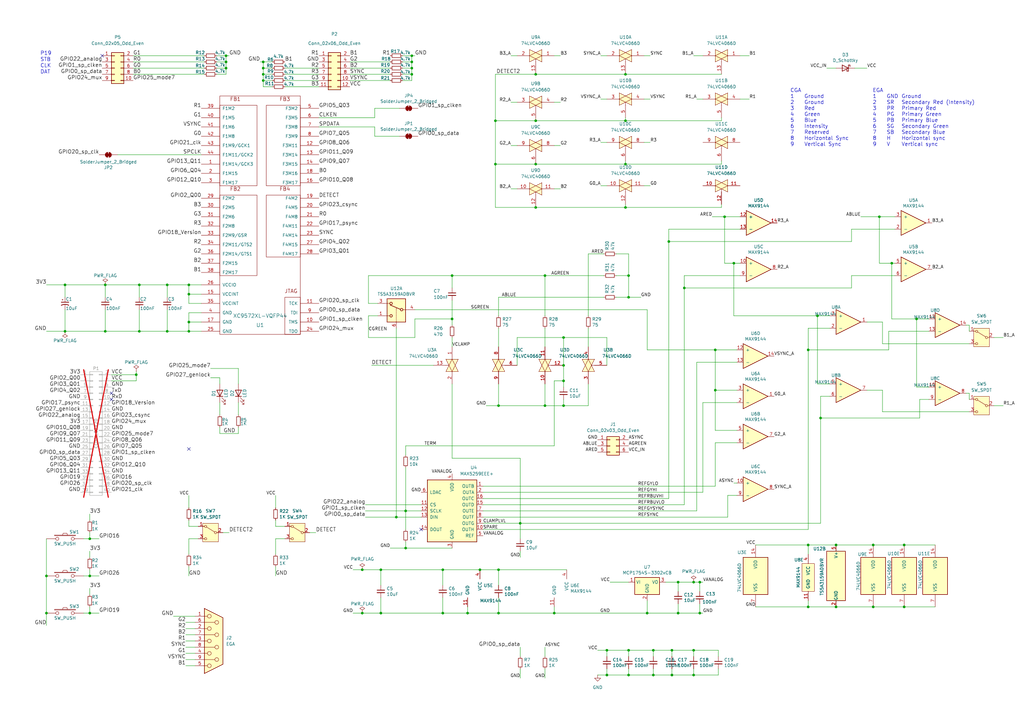
<source format=kicad_sch>
(kicad_sch
	(version 20231120)
	(generator "eeschema")
	(generator_version "8.0")
	(uuid "e267a3e0-ea93-4630-9528-f06a000f2e9c")
	(paper "A3")
	(title_block
		(title "RGBtoHDMI_Table")
		(date "2024-11-19")
		(rev "1.00")
		(company "SweProj.com")
	)
	
	(junction
		(at 257.81 276.86)
		(diameter 0)
		(color 0 0 0 0)
		(uuid "08466f51-6f8d-4689-888d-1a104d697746")
	)
	(junction
		(at 256.54 30.48)
		(diameter 0)
		(color 0 0 0 0)
		(uuid "0892b9f6-c0cd-4675-80a0-84903b0a47a1")
	)
	(junction
		(at 185.42 113.03)
		(diameter 0)
		(color 0 0 0 0)
		(uuid "0a257a89-3b3c-4c45-9fb1-ff19a4636d3f")
	)
	(junction
		(at 284.48 276.86)
		(diameter 0)
		(color 0 0 0 0)
		(uuid "0cbf7e07-835d-4ea8-8a91-53f7b849b848")
	)
	(junction
		(at 358.14 223.52)
		(diameter 0)
		(color 0 0 0 0)
		(uuid "0d5c6d09-ad48-452c-8619-789d23ae899f")
	)
	(junction
		(at 331.47 223.52)
		(diameter 0)
		(color 0 0 0 0)
		(uuid "1045c969-bc20-4b99-bb93-1fed951b5109")
	)
	(junction
		(at 256.54 85.09)
		(diameter 0)
		(color 0 0 0 0)
		(uuid "1173b33a-97c1-427f-a6c2-c79cd48c0f33")
	)
	(junction
		(at 168.91 22.86)
		(diameter 0)
		(color 0 0 0 0)
		(uuid "197175cb-319e-4e79-aa29-9c8faa7d89ed")
	)
	(junction
		(at 287.02 238.76)
		(diameter 0)
		(color 0 0 0 0)
		(uuid "1972d008-06a8-4918-a21b-5e2935069f06")
	)
	(junction
		(at 156.21 251.46)
		(diameter 0)
		(color 0 0 0 0)
		(uuid "1df14224-2872-49ba-a68c-453e4545b266")
	)
	(junction
		(at 166.37 224.79)
		(diameter 0)
		(color 0 0 0 0)
		(uuid "215ce181-de86-4863-a9ac-f596aa488559")
	)
	(junction
		(at 196.85 233.68)
		(diameter 0)
		(color 0 0 0 0)
		(uuid "2306e860-93ed-4588-a789-b01b5ce3fcfb")
	)
	(junction
		(at 68.58 135.89)
		(diameter 0)
		(color 0 0 0 0)
		(uuid "23856956-9c9e-4939-9e02-3780aedaa28a")
	)
	(junction
		(at 223.52 113.03)
		(diameter 0)
		(color 0 0 0 0)
		(uuid "25d5aa17-31f0-4573-b175-87b20ce9a717")
	)
	(junction
		(at 358.14 248.92)
		(diameter 0)
		(color 0 0 0 0)
		(uuid "287da58d-6982-46c0-9f3f-d14440c8da1f")
	)
	(junction
		(at 219.71 67.31)
		(diameter 0)
		(color 0 0 0 0)
		(uuid "287daa7d-d4fd-43c7-b244-6116ed7a9f8d")
	)
	(junction
		(at 162.56 212.09)
		(diameter 0)
		(color 0 0 0 0)
		(uuid "29d07dbe-1f0e-43a6-a096-a9720f39eb60")
	)
	(junction
		(at 297.18 88.9)
		(diameter 0)
		(color 0 0 0 0)
		(uuid "2e35109b-b4dc-464e-a005-e528d2b02126")
	)
	(junction
		(at 57.15 135.89)
		(diameter 0)
		(color 0 0 0 0)
		(uuid "31ce266b-f47f-4d6b-af04-ef3c52efc38b")
	)
	(junction
		(at 275.59 266.7)
		(diameter 0)
		(color 0 0 0 0)
		(uuid "39afa630-2714-413b-bb6d-156bc8be4345")
	)
	(junction
		(at 287.02 251.46)
		(diameter 0)
		(color 0 0 0 0)
		(uuid "3b057d9e-fa67-4236-b5b8-8a59941c90d9")
	)
	(junction
		(at 219.71 30.48)
		(diameter 0)
		(color 0 0 0 0)
		(uuid "43c7a76c-f1e8-4912-9148-b191585406d5")
	)
	(junction
		(at 257.81 121.92)
		(diameter 0)
		(color 0 0 0 0)
		(uuid "43d86964-3be3-4592-97ae-4e05b310f249")
	)
	(junction
		(at 265.43 251.46)
		(diameter 0)
		(color 0 0 0 0)
		(uuid "44f408fe-7a0c-4201-a194-277633a7011b")
	)
	(junction
		(at 92.71 27.94)
		(diameter 0)
		(color 0 0 0 0)
		(uuid "455bec65-8a84-451b-9da8-cfd5aab1fb9a")
	)
	(junction
		(at 336.55 171.45)
		(diameter 0)
		(color 0 0 0 0)
		(uuid "4a1b1b75-0e82-4db0-b339-a1987f4d1856")
	)
	(junction
		(at 267.97 276.86)
		(diameter 0)
		(color 0 0 0 0)
		(uuid "50560054-38fe-4cac-946b-ce400ab51cc7")
	)
	(junction
		(at 107.95 30.48)
		(diameter 0)
		(color 0 0 0 0)
		(uuid "53e14851-0fcc-41db-a20d-022c61e1fc7f")
	)
	(junction
		(at 77.47 116.84)
		(diameter 0)
		(color 0 0 0 0)
		(uuid "54017bde-9a3d-4bf2-ae08-f4bf27ec91f9")
	)
	(junction
		(at 36.83 251.46)
		(diameter 0)
		(color 0 0 0 0)
		(uuid "54d8a881-31d8-4301-aaf6-35843f71a8cd")
	)
	(junction
		(at 300.99 107.95)
		(diameter 0)
		(color 0 0 0 0)
		(uuid "56cbf082-26b4-441a-9a5d-b77bbb56cec8")
	)
	(junction
		(at 204.47 233.68)
		(diameter 0)
		(color 0 0 0 0)
		(uuid "56f8f6c1-83bb-42a1-96e0-3aaefdd0b922")
	)
	(junction
		(at 223.52 166.37)
		(diameter 0)
		(color 0 0 0 0)
		(uuid "5be295a4-1014-49bf-a404-156b7a68f959")
	)
	(junction
		(at 275.59 276.86)
		(diameter 0)
		(color 0 0 0 0)
		(uuid "5c008db3-dba6-4ca6-ac31-38a30e15960f")
	)
	(junction
		(at 331.47 248.92)
		(diameter 0)
		(color 0 0 0 0)
		(uuid "5f4ababa-8004-43fd-8ff9-c412bf22097d")
	)
	(junction
		(at 257.81 266.7)
		(diameter 0)
		(color 0 0 0 0)
		(uuid "5fb6ab53-e813-421f-aa1e-99a24bb5a254")
	)
	(junction
		(at 219.71 85.09)
		(diameter 0)
		(color 0 0 0 0)
		(uuid "60e3e3cd-14ca-4d9a-ad97-365390aee50f")
	)
	(junction
		(at 248.92 276.86)
		(diameter 0)
		(color 0 0 0 0)
		(uuid "61df47ea-a293-4c80-9ba1-ac5291785981")
	)
	(junction
		(at 43.18 116.84)
		(diameter 0)
		(color 0 0 0 0)
		(uuid "6200830a-dfe2-46a2-b6c3-da1b0c89d0c7")
	)
	(junction
		(at 168.91 25.4)
		(diameter 0)
		(color 0 0 0 0)
		(uuid "6457c51d-31d2-4623-b833-9f814f764f53")
	)
	(junction
		(at 92.71 22.86)
		(diameter 0)
		(color 0 0 0 0)
		(uuid "688f156c-0473-4fb1-be2e-7ab1bddb345c")
	)
	(junction
		(at 342.9 223.52)
		(diameter 0)
		(color 0 0 0 0)
		(uuid "69aad6e9-e68d-49ba-bd57-439a7ceb0018")
	)
	(junction
		(at 248.92 266.7)
		(diameter 0)
		(color 0 0 0 0)
		(uuid "6a63df51-4f85-4e4e-9982-992e3f8c491f")
	)
	(junction
		(at 43.18 135.89)
		(diameter 0)
		(color 0 0 0 0)
		(uuid "6e1385d8-7cf6-4cd6-9eb0-1bc3a28e609f")
	)
	(junction
		(at 36.83 236.22)
		(diameter 0)
		(color 0 0 0 0)
		(uuid "7051e813-5879-42d8-a242-36f8b47aff43")
	)
	(junction
		(at 168.91 27.94)
		(diameter 0)
		(color 0 0 0 0)
		(uuid "7237d2f1-9d81-4f69-9ffe-a1af3a94afef")
	)
	(junction
		(at 284.48 266.7)
		(diameter 0)
		(color 0 0 0 0)
		(uuid "736a3e15-a092-4d6a-aa8a-f1fda7adc488")
	)
	(junction
		(at 77.47 135.89)
		(diameter 0)
		(color 0 0 0 0)
		(uuid "7469029f-1a86-4a2c-b4c1-9b2debaa7601")
	)
	(junction
		(at 293.37 143.51)
		(diameter 0)
		(color 0 0 0 0)
		(uuid "74dcd0b6-9cc6-4fb7-b428-a1982333e331")
	)
	(junction
		(at 256.54 49.53)
		(diameter 0)
		(color 0 0 0 0)
		(uuid "787c63cb-9f92-48df-bfe9-ab53df3516a6")
	)
	(junction
		(at 231.14 138.43)
		(diameter 0)
		(color 0 0 0 0)
		(uuid "797dc4d7-ef42-48ec-8e95-8ed6d8d3a773")
	)
	(junction
		(at 156.21 233.68)
		(diameter 0)
		(color 0 0 0 0)
		(uuid "79bb6847-53ca-4381-9de9-7e7ea209bfcd")
	)
	(junction
		(at 360.68 88.9)
		(diameter 0)
		(color 0 0 0 0)
		(uuid "7eb471bb-457c-4ee2-9c1c-e87bc12e9d3f")
	)
	(junction
		(at 278.13 238.76)
		(diameter 0)
		(color 0 0 0 0)
		(uuid "8740d8e9-7708-4887-8b5f-4ffb6883e066")
	)
	(junction
		(at 278.13 251.46)
		(diameter 0)
		(color 0 0 0 0)
		(uuid "8f299ed9-6ddf-439d-bd78-01aff139ad5b")
	)
	(junction
		(at 107.95 27.94)
		(diameter 0)
		(color 0 0 0 0)
		(uuid "92bacbc5-06ac-435d-a560-6c3dde3e2ae5")
	)
	(junction
		(at 181.61 251.46)
		(diameter 0)
		(color 0 0 0 0)
		(uuid "988466bc-1dbb-4ad9-8608-4e1f2f824b54")
	)
	(junction
		(at 280.67 118.11)
		(diameter 0)
		(color 0 0 0 0)
		(uuid "99c87e14-ffa3-46d0-ae41-841c7400fa64")
	)
	(junction
		(at 331.47 143.51)
		(diameter 0)
		(color 0 0 0 0)
		(uuid "9b12e73e-76a3-463e-8387-a65be8bb5eee")
	)
	(junction
		(at 19.05 251.46)
		(diameter 0)
		(color 0 0 0 0)
		(uuid "9c76495d-83bc-4021-aa95-e09a35646dec")
	)
	(junction
		(at 204.47 166.37)
		(diameter 0)
		(color 0 0 0 0)
		(uuid "9d0cca93-a464-468e-b9ab-528f1006b35e")
	)
	(junction
		(at 257.81 113.03)
		(diameter 0)
		(color 0 0 0 0)
		(uuid "a0376c55-a3ce-4f18-84d1-f47f8c995f42")
	)
	(junction
		(at 365.76 107.95)
		(diameter 0)
		(color 0 0 0 0)
		(uuid "a17d0bda-7b76-4ad4-9bbd-e05b697bd4b4")
	)
	(junction
		(at 77.47 120.65)
		(diameter 0)
		(color 0 0 0 0)
		(uuid "a4115131-bb43-4bfb-bbec-d383933735d4")
	)
	(junction
		(at 203.2 67.31)
		(diameter 0)
		(color 0 0 0 0)
		(uuid "a7779c71-e58e-4696-92a2-8236a430c311")
	)
	(junction
		(at 231.14 166.37)
		(diameter 0)
		(color 0 0 0 0)
		(uuid "a7810795-71c0-4b82-b0c3-157cafcb5f7e")
	)
	(junction
		(at 370.84 223.52)
		(diameter 0)
		(color 0 0 0 0)
		(uuid "aa4dea1a-9d38-4e20-b49d-508859c8d6d0")
	)
	(junction
		(at 185.42 130.81)
		(diameter 0)
		(color 0 0 0 0)
		(uuid "ae8511e6-734b-48a3-a14f-149906b83814")
	)
	(junction
		(at 92.71 25.4)
		(diameter 0)
		(color 0 0 0 0)
		(uuid "b6486c02-8fc8-4f4c-a299-783b34428a86")
	)
	(junction
		(at 213.36 214.63)
		(diameter 0)
		(color 0 0 0 0)
		(uuid "b77d6ea3-e14f-4105-bc74-780da8e4e34f")
	)
	(junction
		(at 148.59 233.68)
		(diameter 0)
		(color 0 0 0 0)
		(uuid "ba8e83f0-4920-4b95-b79b-ac57bba3e88a")
	)
	(junction
		(at 219.71 49.53)
		(diameter 0)
		(color 0 0 0 0)
		(uuid "c2b6b4b5-ea85-4912-a29d-c053ca52b697")
	)
	(junction
		(at 370.84 248.92)
		(diameter 0)
		(color 0 0 0 0)
		(uuid "c4177af6-a2c9-495d-b715-01ab9fa09787")
	)
	(junction
		(at 107.95 25.4)
		(diameter 0)
		(color 0 0 0 0)
		(uuid "c601031d-bdf2-4022-bd2b-69657e07ac52")
	)
	(junction
		(at 284.48 238.76)
		(diameter 0)
		(color 0 0 0 0)
		(uuid "c89022bb-be92-42c4-bd3e-23e84d87bdde")
	)
	(junction
		(at 77.47 132.08)
		(diameter 0)
		(color 0 0 0 0)
		(uuid "cb5b18c4-508e-49c0-a2e1-1b55df265727")
	)
	(junction
		(at 293.37 160.02)
		(diameter 0)
		(color 0 0 0 0)
		(uuid "cbe31d93-12ec-4604-89be-950c0425dbec")
	)
	(junction
		(at 267.97 266.7)
		(diameter 0)
		(color 0 0 0 0)
		(uuid "cbf59965-f17f-46d1-995c-54dfb4363e6d")
	)
	(junction
		(at 342.9 248.92)
		(diameter 0)
		(color 0 0 0 0)
		(uuid "d00c27e2-03a4-4f64-945e-10bbf2cc97ea")
	)
	(junction
		(at 375.92 130.81)
		(diameter 0)
		(color 0 0 0 0)
		(uuid "d06a85b6-e09d-4a03-ace6-107fef4709ec")
	)
	(junction
		(at 26.67 116.84)
		(diameter 0)
		(color 0 0 0 0)
		(uuid "d0f4ef56-25e6-4cb6-9c4e-a9d3c7399fb8")
	)
	(junction
		(at 168.91 30.48)
		(diameter 0)
		(color 0 0 0 0)
		(uuid "d7277225-81b5-45a9-945b-c7aa0a134b0f")
	)
	(junction
		(at 148.59 251.46)
		(diameter 0)
		(color 0 0 0 0)
		(uuid "d9db715c-8e8c-4d25-b59f-79b82a91b975")
	)
	(junction
		(at 274.32 99.06)
		(diameter 0)
		(color 0 0 0 0)
		(uuid "dce4c137-02fe-42b7-b617-94ce00d27213")
	)
	(junction
		(at 19.05 236.22)
		(diameter 0)
		(color 0 0 0 0)
		(uuid "dd581a04-d308-40e7-8a5a-a1b26acad9bb")
	)
	(junction
		(at 26.67 135.89)
		(diameter 0)
		(color 0 0 0 0)
		(uuid "e4080068-bc93-4337-bd35-02dc71f07f36")
	)
	(junction
		(at 227.33 251.46)
		(diameter 0)
		(color 0 0 0 0)
		(uuid "e53d2926-c2f8-4424-8935-971c6c9e9a01")
	)
	(junction
		(at 107.95 33.02)
		(diameter 0)
		(color 0 0 0 0)
		(uuid "e6dee58d-db29-4351-9191-12ef8cd53125")
	)
	(junction
		(at 181.61 233.68)
		(diameter 0)
		(color 0 0 0 0)
		(uuid "e74cf0b8-e615-4f45-9400-faf4f6afd2f6")
	)
	(junction
		(at 68.58 116.84)
		(diameter 0)
		(color 0 0 0 0)
		(uuid "e8b209e8-ab4d-4caf-8566-cb579d01d915")
	)
	(junction
		(at 57.15 116.84)
		(diameter 0)
		(color 0 0 0 0)
		(uuid "e9f4506f-12d7-4a1b-b2ce-5169d79542c4")
	)
	(junction
		(at 256.54 67.31)
		(diameter 0)
		(color 0 0 0 0)
		(uuid "ea974294-8426-4f58-8874-38edac57f84b")
	)
	(junction
		(at 335.28 129.54)
		(diameter 0)
		(color 0 0 0 0)
		(uuid "ec27c7b6-a93b-4ae9-984c-fc6dd78d1f66")
	)
	(junction
		(at 191.77 251.46)
		(diameter 0)
		(color 0 0 0 0)
		(uuid "ed96f9c2-4295-43d3-9cd0-17b0644f4d9b")
	)
	(junction
		(at 231.14 149.86)
		(diameter 0)
		(color 0 0 0 0)
		(uuid "ee46c49c-4156-4b8c-9eea-d543cdbbe32c")
	)
	(junction
		(at 203.2 49.53)
		(diameter 0)
		(color 0 0 0 0)
		(uuid "f11b8203-5ade-4ec7-b7ce-e4436fb0a390")
	)
	(junction
		(at 231.14 156.21)
		(diameter 0)
		(color 0 0 0 0)
		(uuid "f54081da-70ee-41ad-a5c2-7b344b2109af")
	)
	(junction
		(at 55.88 153.67)
		(diameter 0)
		(color 0 0 0 0)
		(uuid "f6e0004d-d2c1-46bc-b58e-6e9deccaffe0")
	)
	(junction
		(at 36.83 220.98)
		(diameter 0)
		(color 0 0 0 0)
		(uuid "f9815645-48e6-4a9d-9873-4309d9d95242")
	)
	(junction
		(at 166.37 209.55)
		(diameter 0)
		(color 0 0 0 0)
		(uuid "fe796529-3891-41f4-b909-7a842dad3298")
	)
	(junction
		(at 204.47 251.46)
		(diameter 0)
		(color 0 0 0 0)
		(uuid "ffbfd8ff-e1d8-4565-b8e1-8f583a245362")
	)
	(no_connect
		(at 77.47 184.15)
		(uuid "0e26859b-e82b-4fea-acbc-fbaaafe67af6")
	)
	(no_connect
		(at 45.72 163.83)
		(uuid "4fde805f-eca3-4e0f-87d4-7b0441ebb5eb")
	)
	(no_connect
		(at 41.91 22.86)
		(uuid "581f7dac-b824-401a-873a-fbe785a00de6")
	)
	(no_connect
		(at 172.72 217.17)
		(uuid "654dd2fb-f74e-420c-a99f-bbde444e3ee9")
	)
	(no_connect
		(at 45.72 161.29)
		(uuid "9b5407df-5ed3-460a-a7f8-9ba99a81e1f1")
	)
	(no_connect
		(at -12.7 82.55)
		(uuid "c676fa03-6cc8-41e7-bf7c-e402aedd0251")
	)
	(wire
		(pts
			(xy 246.38 76.2) (xy 248.92 76.2)
		)
		(stroke
			(width 0)
			(type default)
		)
		(uuid "003289b6-f55d-4840-85ce-20c68e796c19")
	)
	(wire
		(pts
			(xy 77.47 203.2) (xy 77.47 208.28)
		)
		(stroke
			(width 0)
			(type default)
		)
		(uuid "0051a0d1-7dd7-4cc7-ad84-61bb4ccb4a27")
	)
	(wire
		(pts
			(xy 34.29 220.98) (xy 36.83 220.98)
		)
		(stroke
			(width 0)
			(type default)
		)
		(uuid "012acaee-74bc-40f7-9adc-bdf731cf13c5")
	)
	(wire
		(pts
			(xy 163.83 44.45) (xy 153.67 44.45)
		)
		(stroke
			(width 0)
			(type default)
		)
		(uuid "042476ee-5efb-43ed-a0a5-f17cd6c2e531")
	)
	(wire
		(pts
			(xy 370.84 223.52) (xy 383.54 223.52)
		)
		(stroke
			(width 0)
			(type default)
		)
		(uuid "04902c53-3202-4759-b442-118ea81b0ec7")
	)
	(wire
		(pts
			(xy 227.33 248.92) (xy 227.33 251.46)
		)
		(stroke
			(width 0)
			(type default)
		)
		(uuid "050568f5-a980-4a3e-92c0-3348a1fbee41")
	)
	(wire
		(pts
			(xy 293.37 160.02) (xy 293.37 176.53)
		)
		(stroke
			(width 0)
			(type default)
		)
		(uuid "05a54df0-087c-4c20-a7f5-43387907d39a")
	)
	(wire
		(pts
			(xy 364.49 135.89) (xy 364.49 143.51)
		)
		(stroke
			(width 0)
			(type default)
		)
		(uuid "05b3dbd2-3b59-4071-8bf0-ed5257820ae3")
	)
	(wire
		(pts
			(xy 340.36 157.48) (xy 335.28 157.48)
		)
		(stroke
			(width 0)
			(type default)
		)
		(uuid "06ca07a1-feee-4207-baab-da8511d881db")
	)
	(wire
		(pts
			(xy 213.36 214.63) (xy 336.55 214.63)
		)
		(stroke
			(width 0)
			(type default)
		)
		(uuid "06cd3228-276b-4370-a2f2-6f019d325810")
	)
	(wire
		(pts
			(xy 331.47 223.52) (xy 342.9 223.52)
		)
		(stroke
			(width 0)
			(type default)
		)
		(uuid "06ee151e-fc37-492f-abd4-333844320ea1")
	)
	(wire
		(pts
			(xy 219.71 30.48) (xy 256.54 30.48)
		)
		(stroke
			(width 0)
			(type default)
		)
		(uuid "082441ea-32ca-4d39-bda5-26bd64d00238")
	)
	(wire
		(pts
			(xy 361.95 168.91) (xy 397.51 168.91)
		)
		(stroke
			(width 0)
			(type default)
		)
		(uuid "08da851e-be4c-40fe-b8e6-c1b42c5315fd")
	)
	(wire
		(pts
			(xy 43.18 116.84) (xy 57.15 116.84)
		)
		(stroke
			(width 0)
			(type default)
		)
		(uuid "095148f8-6f12-456e-a3f5-ac896c5cdf5a")
	)
	(wire
		(pts
			(xy 248.92 138.43) (xy 248.92 149.86)
		)
		(stroke
			(width 0)
			(type default)
		)
		(uuid "0bc2a893-ac4c-46d6-ad81-6d7c75369d94")
	)
	(wire
		(pts
			(xy 203.2 85.09) (xy 219.71 85.09)
		)
		(stroke
			(width 0)
			(type default)
		)
		(uuid "0c299efc-a82c-4296-9992-27f5e9cc67e0")
	)
	(wire
		(pts
			(xy 355.6 132.08) (xy 361.95 132.08)
		)
		(stroke
			(width 0)
			(type default)
		)
		(uuid "0c555a5e-918d-432c-9d05-b1379eb33b35")
	)
	(wire
		(pts
			(xy 287.02 242.57) (xy 287.02 238.76)
		)
		(stroke
			(width 0)
			(type default)
		)
		(uuid "0ce6ab06-8de7-4696-af40-c17a763f3e34")
	)
	(wire
		(pts
			(xy 300.99 129.54) (xy 300.99 107.95)
		)
		(stroke
			(width 0)
			(type default)
		)
		(uuid "0dc9eb2c-240e-453e-9d04-c12ca9be7f3f")
	)
	(wire
		(pts
			(xy 293.37 176.53) (xy 302.26 176.53)
		)
		(stroke
			(width 0)
			(type default)
		)
		(uuid "0eb71e06-646e-4ef6-8bef-837a22f2e30c")
	)
	(wire
		(pts
			(xy 113.03 213.36) (xy 113.03 215.9)
		)
		(stroke
			(width 0)
			(type default)
		)
		(uuid "0f3745ff-4c6a-4e02-9e74-8a958eb1b963")
	)
	(wire
		(pts
			(xy 241.3 104.14) (xy 241.3 129.54)
		)
		(stroke
			(width 0)
			(type default)
		)
		(uuid "0fa4c4c9-38dc-4df3-a594-b65e58759a22")
	)
	(wire
		(pts
			(xy 397.51 161.29) (xy 397.51 163.83)
		)
		(stroke
			(width 0)
			(type default)
		)
		(uuid "0fb1a783-be22-43a2-ae04-4083ccbfb19b")
	)
	(wire
		(pts
			(xy 331.47 143.51) (xy 331.47 134.62)
		)
		(stroke
			(width 0)
			(type default)
		)
		(uuid "0fe21ef1-19bd-4e49-894c-b9ea3ecc4288")
	)
	(wire
		(pts
			(xy 92.71 27.94) (xy 92.71 30.48)
		)
		(stroke
			(width 0)
			(type default)
		)
		(uuid "101f0477-1d75-429a-a7d0-74b41af858ac")
	)
	(wire
		(pts
			(xy 165.1 30.48) (xy 168.91 30.48)
		)
		(stroke
			(width 0)
			(type default)
		)
		(uuid "106ff332-b156-474e-bcc0-e06974de429f")
	)
	(wire
		(pts
			(xy 97.79 157.48) (xy 97.79 151.13)
		)
		(stroke
			(width 0)
			(type default)
		)
		(uuid "10708356-2a49-4204-85e8-25b796b8edbd")
	)
	(wire
		(pts
			(xy 185.42 130.81) (xy 170.18 130.81)
		)
		(stroke
			(width 0)
			(type default)
		)
		(uuid "10ecc365-45de-4f46-8a69-6a6901cad3a3")
	)
	(wire
		(pts
			(xy 293.37 143.51) (xy 265.43 143.51)
		)
		(stroke
			(width 0)
			(type default)
		)
		(uuid "11289e50-739f-4640-aa25-a1e3b3fb1550")
	)
	(wire
		(pts
			(xy 185.42 157.48) (xy 185.42 187.96)
		)
		(stroke
			(width 0)
			(type default)
		)
		(uuid "127a8760-4864-4e6b-8b25-f7effd1ccfdc")
	)
	(wire
		(pts
			(xy 68.58 116.84) (xy 77.47 116.84)
		)
		(stroke
			(width 0)
			(type default)
		)
		(uuid "12d3648b-685a-4769-8078-48d30a73b3df")
	)
	(wire
		(pts
			(xy 349.25 113.03) (xy 349.25 118.11)
		)
		(stroke
			(width 0)
			(type default)
		)
		(uuid "134f7f7a-1c57-4f0d-b949-d9a9bac22777")
	)
	(wire
		(pts
			(xy 245.11 276.86) (xy 248.92 276.86)
		)
		(stroke
			(width 0)
			(type default)
		)
		(uuid "13cc1a4b-6043-4488-8c67-3338629214c4")
	)
	(wire
		(pts
			(xy 97.79 175.26) (xy 97.79 177.8)
		)
		(stroke
			(width 0)
			(type default)
		)
		(uuid "142bc327-e8f0-484b-9324-a63dda3fce18")
	)
	(wire
		(pts
			(xy 302.26 203.2) (xy 298.45 203.2)
		)
		(stroke
			(width 0)
			(type default)
		)
		(uuid "1516df98-d604-4fd5-a0e5-ed55a4d2c89a")
	)
	(wire
		(pts
			(xy 153.67 52.07) (xy 130.81 52.07)
		)
		(stroke
			(width 0)
			(type default)
		)
		(uuid "15828900-ab53-4faa-9f5c-df7dbe8d7237")
	)
	(wire
		(pts
			(xy 273.05 238.76) (xy 278.13 238.76)
		)
		(stroke
			(width 0)
			(type default)
		)
		(uuid "15ffdbb2-2d56-485c-b793-1b973db2d4d2")
	)
	(wire
		(pts
			(xy 231.14 163.83) (xy 231.14 166.37)
		)
		(stroke
			(width 0)
			(type default)
		)
		(uuid "16305161-3cdc-4eb1-ad92-0726fb2d464e")
	)
	(wire
		(pts
			(xy 256.54 67.31) (xy 295.91 67.31)
		)
		(stroke
			(width 0)
			(type default)
		)
		(uuid "16485486-3b57-4a19-b161-0ccefa0cf6e3")
	)
	(wire
		(pts
			(xy 36.83 243.84) (xy 36.83 241.3)
		)
		(stroke
			(width 0)
			(type default)
		)
		(uuid "16aa72b8-4655-4762-9035-dd2221d48d5a")
	)
	(wire
		(pts
			(xy 246.38 40.64) (xy 248.92 40.64)
		)
		(stroke
			(width 0)
			(type default)
		)
		(uuid "17650bcc-695e-45d1-a1ad-6a5755ddd9a3")
	)
	(wire
		(pts
			(xy 151.13 113.03) (xy 185.42 113.03)
		)
		(stroke
			(width 0)
			(type default)
		)
		(uuid "17e52c5a-2131-44a7-adf1-4d9ac5df4460")
	)
	(wire
		(pts
			(xy 227.33 59.69) (xy 229.87 59.69)
		)
		(stroke
			(width 0)
			(type default)
		)
		(uuid "19233fdd-555f-47ea-b294-f6b6f081350b")
	)
	(wire
		(pts
			(xy 204.47 134.62) (xy 204.47 142.24)
		)
		(stroke
			(width 0)
			(type default)
		)
		(uuid "1a4be32e-6a4c-4bf9-9643-b78e38b63339")
	)
	(wire
		(pts
			(xy 331.47 227.33) (xy 331.47 223.52)
		)
		(stroke
			(width 0)
			(type default)
		)
		(uuid "1b81e2de-39a8-4c44-b0b9-046bf3ab4d2d")
	)
	(wire
		(pts
			(xy 360.68 107.95) (xy 360.68 88.9)
		)
		(stroke
			(width 0)
			(type default)
		)
		(uuid "1bfe0d08-05e9-472c-be5b-1673c29faab5")
	)
	(wire
		(pts
			(xy 77.47 220.98) (xy 77.47 227.33)
		)
		(stroke
			(width 0)
			(type default)
		)
		(uuid "1d956ca0-89b7-4490-8ae0-6a15d8097652")
	)
	(wire
		(pts
			(xy 57.15 116.84) (xy 68.58 116.84)
		)
		(stroke
			(width 0)
			(type default)
		)
		(uuid "1df228a7-dd4f-4e21-8899-42bd96e06438")
	)
	(wire
		(pts
			(xy 77.47 135.89) (xy 82.55 135.89)
		)
		(stroke
			(width 0)
			(type default)
		)
		(uuid "22162f71-c0af-43af-a606-5bfa80481f68")
	)
	(wire
		(pts
			(xy 113.03 203.2) (xy 113.03 208.28)
		)
		(stroke
			(width 0)
			(type default)
		)
		(uuid "223ca61d-ad4e-4b65-a4f3-f96a30f73ce4")
	)
	(wire
		(pts
			(xy 381 130.81) (xy 375.92 130.81)
		)
		(stroke
			(width 0)
			(type default)
		)
		(uuid "2263dfd1-d710-44d4-b41e-90d2bc0f564f")
	)
	(wire
		(pts
			(xy 71.12 252.73) (xy 80.01 252.73)
		)
		(stroke
			(width 0)
			(type default)
		)
		(uuid "24c15836-9e80-489d-bd99-4a59490f386a")
	)
	(wire
		(pts
			(xy 204.47 157.48) (xy 204.47 166.37)
		)
		(stroke
			(width 0)
			(type default)
		)
		(uuid "24decd52-e441-4e98-9ac4-c3e1d587be2a")
	)
	(wire
		(pts
			(xy 144.78 233.68) (xy 148.59 233.68)
		)
		(stroke
			(width 0)
			(type default)
		)
		(uuid "253cc85d-e4f8-429b-8e30-b8ca006e580e")
	)
	(wire
		(pts
			(xy 76.2 260.35) (xy 80.01 260.35)
		)
		(stroke
			(width 0)
			(type default)
		)
		(uuid "257fe1fc-445c-4e04-abb0-3f9c3173437d")
	)
	(wire
		(pts
			(xy 36.83 251.46) (xy 40.64 251.46)
		)
		(stroke
			(width 0)
			(type default)
		)
		(uuid "25bad7b2-c7c2-4083-b3cd-7bf7ffb25820")
	)
	(wire
		(pts
			(xy 204.47 245.11) (xy 204.47 251.46)
		)
		(stroke
			(width 0)
			(type default)
		)
		(uuid "262114a6-935a-4a6c-ba67-38465a3b3743")
	)
	(wire
		(pts
			(xy 265.43 246.38) (xy 265.43 251.46)
		)
		(stroke
			(width 0)
			(type default)
		)
		(uuid "26463393-06f3-478a-b18c-bce95e031eb9")
	)
	(wire
		(pts
			(xy 166.37 182.88) (xy 166.37 186.69)
		)
		(stroke
			(width 0)
			(type default)
		)
		(uuid "267021b4-00cb-4e63-98b8-bfaffb3c92ae")
	)
	(wire
		(pts
			(xy 45.72 153.67) (xy 55.88 153.67)
		)
		(stroke
			(width 0)
			(type default)
		)
		(uuid "28bbdc22-870d-4ce7-bd5d-13c5bd2ebb45")
	)
	(wire
		(pts
			(xy 76.2 257.81) (xy 80.01 257.81)
		)
		(stroke
			(width 0)
			(type default)
		)
		(uuid "291da500-e793-4a5b-baea-fe59500b6ef8")
	)
	(wire
		(pts
			(xy 340.36 129.54) (xy 335.28 129.54)
		)
		(stroke
			(width 0)
			(type default)
		)
		(uuid "296215ec-ddf2-4e62-96f4-2b754f1a4008")
	)
	(wire
		(pts
			(xy 156.21 251.46) (xy 181.61 251.46)
		)
		(stroke
			(width 0)
			(type default)
		)
		(uuid "2a65ee6a-c3a0-43b4-a931-94d18f173851")
	)
	(wire
		(pts
			(xy 181.61 240.03) (xy 181.61 233.68)
		)
		(stroke
			(width 0)
			(type default)
		)
		(uuid "2b91d848-fe22-4f5d-958a-defaab59ccf1")
	)
	(wire
		(pts
			(xy 149.86 207.01) (xy 172.72 207.01)
		)
		(stroke
			(width 0)
			(type default)
		)
		(uuid "2bcac2ce-fe8b-428f-8559-7a13be1aba60")
	)
	(wire
		(pts
			(xy 358.14 223.52) (xy 370.84 223.52)
		)
		(stroke
			(width 0)
			(type default)
		)
		(uuid "2c3c1b04-82ae-40af-96ab-c75f5d5b1e86")
	)
	(wire
		(pts
			(xy 264.16 58.42) (xy 266.7 58.42)
		)
		(stroke
			(width 0)
			(type default)
		)
		(uuid "2ca998d6-e8dd-4881-a33b-780dcd936f65")
	)
	(wire
		(pts
			(xy 257.81 266.7) (xy 257.81 269.24)
		)
		(stroke
			(width 0)
			(type default)
		)
		(uuid "2d8d6882-48f9-4660-b6d8-79829500b309")
	)
	(wire
		(pts
			(xy 257.81 113.03) (xy 257.81 104.14)
		)
		(stroke
			(width 0)
			(type default)
		)
		(uuid "2d9274b4-3d56-4ab0-a44f-e67a0f4c0bef")
	)
	(wire
		(pts
			(xy 370.84 248.92) (xy 383.54 248.92)
		)
		(stroke
			(width 0)
			(type default)
		)
		(uuid "2ddc1268-edc6-4211-8856-d09100ab4356")
	)
	(wire
		(pts
			(xy 300.99 107.95) (xy 297.18 107.95)
		)
		(stroke
			(width 0)
			(type default)
		)
		(uuid "2e22b336-430d-40c1-b062-93f4f84ae4c2")
	)
	(wire
		(pts
			(xy 285.75 148.59) (xy 285.75 209.55)
		)
		(stroke
			(width 0)
			(type default)
		)
		(uuid "2e823de9-a84f-47d6-a3d3-e7a8e62697a4")
	)
	(wire
		(pts
			(xy 113.03 220.98) (xy 116.84 220.98)
		)
		(stroke
			(width 0)
			(type default)
		)
		(uuid "2f95f8c8-4208-44cf-98d6-d439ff7da525")
	)
	(wire
		(pts
			(xy 204.47 233.68) (xy 232.41 233.68)
		)
		(stroke
			(width 0)
			(type default)
		)
		(uuid "304feac9-bcab-4652-8a57-4ab94e506d28")
	)
	(wire
		(pts
			(xy 396.24 161.29) (xy 397.51 161.29)
		)
		(stroke
			(width 0)
			(type default)
		)
		(uuid "30b426fd-a075-490a-8e97-b7fc3e7e7eef")
	)
	(wire
		(pts
			(xy 377.19 163.83) (xy 381 163.83)
		)
		(stroke
			(width 0)
			(type default)
		)
		(uuid "3128dbf4-d44e-4f44-8a02-a3ea407ec895")
	)
	(wire
		(pts
			(xy 198.12 217.17) (xy 331.47 217.17)
		)
		(stroke
			(width 0)
			(type default)
		)
		(uuid "31d1d443-ce27-4991-812b-69020674dea7")
	)
	(wire
		(pts
			(xy 163.83 55.88) (xy 153.67 55.88)
		)
		(stroke
			(width 0)
			(type default)
		)
		(uuid "324d10d8-07de-44e7-84e1-e2f2f38b87e9")
	)
	(wire
		(pts
			(xy 143.51 27.94) (xy 160.02 27.94)
		)
		(stroke
			(width 0)
			(type default)
		)
		(uuid "32c8e6bf-c1e1-410d-be26-f5352986c085")
	)
	(wire
		(pts
			(xy 168.91 27.94) (xy 168.91 25.4)
		)
		(stroke
			(width 0)
			(type default)
		)
		(uuid "33e624f4-956d-4932-ba80-7a9cc9d006a7")
	)
	(wire
		(pts
			(xy 377.19 171.45) (xy 377.19 163.83)
		)
		(stroke
			(width 0)
			(type default)
		)
		(uuid "345db3e6-90f9-428d-b137-819a373039c3")
	)
	(wire
		(pts
			(xy 82.55 120.65) (xy 77.47 120.65)
		)
		(stroke
			(width 0)
			(type default)
		)
		(uuid "3471d908-4b9d-420e-869e-9715470db6a8")
	)
	(wire
		(pts
			(xy 76.2 255.27) (xy 80.01 255.27)
		)
		(stroke
			(width 0)
			(type default)
		)
		(uuid "35b18565-7031-4a50-82dd-8380959db02d")
	)
	(wire
		(pts
			(xy 248.92 58.42) (xy 246.38 58.42)
		)
		(stroke
			(width 0)
			(type default)
		)
		(uuid "35e8c521-1654-40f2-a824-153bda4a90d8")
	)
	(wire
		(pts
			(xy 196.85 233.68) (xy 204.47 233.68)
		)
		(stroke
			(width 0)
			(type default)
		)
		(uuid "35f9fdcb-9c8c-4831-965e-5542788393ed")
	)
	(wire
		(pts
			(xy 303.53 40.64) (xy 307.34 40.64)
		)
		(stroke
			(width 0)
			(type default)
		)
		(uuid "3834d1c6-0b82-4f3e-9abb-92250734ccf5")
	)
	(wire
		(pts
			(xy 181.61 233.68) (xy 196.85 233.68)
		)
		(stroke
			(width 0)
			(type default)
		)
		(uuid "38725ad8-e0f7-43c4-a3e4-f6c0acf2aa14")
	)
	(wire
		(pts
			(xy 227.33 182.88) (xy 227.33 156.21)
		)
		(stroke
			(width 0)
			(type default)
		)
		(uuid "3948f3f8-816e-425c-86ad-f2b5d7fa2df1")
	)
	(wire
		(pts
			(xy 36.83 228.6) (xy 36.83 226.06)
		)
		(stroke
			(width 0)
			(type default)
		)
		(uuid "39638542-2158-4c89-8f5b-e07b1e1be9df")
	)
	(wire
		(pts
			(xy 107.95 35.56) (xy 111.76 35.56)
		)
		(stroke
			(width 0)
			(type default)
		)
		(uuid "3b5bc61a-213b-4e49-b2b1-88feba12c440")
	)
	(wire
		(pts
			(xy 288.29 165.1) (xy 288.29 201.93)
		)
		(stroke
			(width 0)
			(type default)
		)
		(uuid "3bb75cf1-dbd7-4851-90d5-5a33baadcb5b")
	)
	(wire
		(pts
			(xy 280.67 113.03) (xy 280.67 118.11)
		)
		(stroke
			(width 0)
			(type default)
		)
		(uuid "3ed8aa1d-39f0-4edb-9e13-a68c4806448b")
	)
	(wire
		(pts
			(xy 107.95 33.02) (xy 107.95 35.56)
		)
		(stroke
			(width 0)
			(type default)
		)
		(uuid "40050bfc-6201-4459-a92d-b0484f63eba7")
	)
	(wire
		(pts
			(xy 77.47 220.98) (xy 81.28 220.98)
		)
		(stroke
			(width 0)
			(type default)
		)
		(uuid "400fd207-5ef0-4738-85bf-7bc711a60236")
	)
	(wire
		(pts
			(xy 361.95 132.08) (xy 361.95 140.97)
		)
		(stroke
			(width 0)
			(type default)
		)
		(uuid "41519c52-9e18-4763-9c1d-bfd441a8128f")
	)
	(wire
		(pts
			(xy 185.42 123.19) (xy 185.42 130.81)
		)
		(stroke
			(width 0)
			(type default)
		)
		(uuid "418a622f-0781-4028-809e-697a07b36e37")
	)
	(wire
		(pts
			(xy 331.47 246.38) (xy 331.47 248.92)
		)
		(stroke
			(width 0)
			(type default)
		)
		(uuid "41938b6d-3a6c-4b7d-90fc-cd32c51978d5")
	)
	(wire
		(pts
			(xy 219.71 49.53) (xy 256.54 49.53)
		)
		(stroke
			(width 0)
			(type default)
		)
		(uuid "42962972-aaad-4ffa-8e36-65fa92c1b322")
	)
	(wire
		(pts
			(xy 203.2 67.31) (xy 203.2 85.09)
		)
		(stroke
			(width 0)
			(type default)
		)
		(uuid "42a678a3-64dc-4723-8029-1ab1857e69de")
	)
	(wire
		(pts
			(xy 26.67 116.84) (xy 43.18 116.84)
		)
		(stroke
			(width 0)
			(type default)
		)
		(uuid "42e98e24-8b24-4ab9-ba55-2386dedc820c")
	)
	(wire
		(pts
			(xy 185.42 130.81) (xy 185.42 133.35)
		)
		(stroke
			(width 0)
			(type default)
		)
		(uuid "431c4d9a-c66c-4d62-b6df-bb75c386cb30")
	)
	(wire
		(pts
			(xy 336.55 214.63) (xy 336.55 171.45)
		)
		(stroke
			(width 0)
			(type default)
		)
		(uuid "436b166d-cd76-4c95-95a3-f2861abc48d9")
	)
	(wire
		(pts
			(xy 267.97 276.86) (xy 275.59 276.86)
		)
		(stroke
			(width 0)
			(type default)
		)
		(uuid "43993793-3211-40fe-9321-e2242c015252")
	)
	(wire
		(pts
			(xy 367.03 107.95) (xy 365.76 107.95)
		)
		(stroke
			(width 0)
			(type default)
		)
		(uuid "43cbb749-f033-40e8-80ae-7a1b6138d140")
	)
	(wire
		(pts
			(xy 288.29 22.86) (xy 284.48 22.86)
		)
		(stroke
			(width 0)
			(type default)
		)
		(uuid "4547cb59-4dcc-4d69-9ee1-f45142bfce68")
	)
	(wire
		(pts
			(xy 77.47 116.84) (xy 77.47 120.65)
		)
		(stroke
			(width 0)
			(type default)
		)
		(uuid "456f2b39-46b3-4322-9ae0-6af20cf0454f")
	)
	(wire
		(pts
			(xy 26.67 135.89) (xy 26.67 127)
		)
		(stroke
			(width 0)
			(type default)
		)
		(uuid "45dcc510-7455-4620-aa23-f7ee48c6f571")
	)
	(wire
		(pts
			(xy 36.83 236.22) (xy 36.83 233.68)
		)
		(stroke
			(width 0)
			(type default)
		)
		(uuid "4628bd9a-4db6-4e0e-97b0-8924fc71c76f")
	)
	(wire
		(pts
			(xy 55.88 156.21) (xy 45.72 156.21)
		)
		(stroke
			(width 0)
			(type default)
		)
		(uuid "46625ebd-5787-4286-8244-8f68f4acf1a5")
	)
	(wire
		(pts
			(xy 247.65 121.92) (xy 204.47 121.92)
		)
		(stroke
			(width 0)
			(type default)
		)
		(uuid "46da5fce-ef75-48a6-bfe2-f58564d66c07")
	)
	(wire
		(pts
			(xy 295.91 49.53) (xy 256.54 49.53)
		)
		(stroke
			(width 0)
			(type default)
		)
		(uuid "483a5f2f-6cac-4f6d-8bf8-965f73c8f056")
	)
	(wire
		(pts
			(xy 231.14 166.37) (xy 241.3 166.37)
		)
		(stroke
			(width 0)
			(type default)
		)
		(uuid "48a62f7b-19c1-48c0-8091-b3127fb9855c")
	)
	(wire
		(pts
			(xy 309.88 223.52) (xy 331.47 223.52)
		)
		(stroke
			(width 0)
			(type default)
		)
		(uuid "48e70a2b-37ca-44f2-9c1c-7d549793cb52")
	)
	(wire
		(pts
			(xy 287.02 247.65) (xy 287.02 251.46)
		)
		(stroke
			(width 0)
			(type default)
		)
		(uuid "49849629-3829-4b41-8bb6-c79d76aaf4f7")
	)
	(wire
		(pts
			(xy 191.77 251.46) (xy 204.47 251.46)
		)
		(stroke
			(width 0)
			(type default)
		)
		(uuid "4a0e6b41-5677-4dcc-b1f2-750ac261f328")
	)
	(wire
		(pts
			(xy 278.13 242.57) (xy 278.13 238.76)
		)
		(stroke
			(width 0)
			(type default)
		)
		(uuid "4beb9acb-5f17-40f2-af61-d5aae4297220")
	)
	(wire
		(pts
			(xy 168.91 22.86) (xy 170.18 22.86)
		)
		(stroke
			(width 0)
			(type default)
		)
		(uuid "4c06757a-36c2-4751-ab90-1628c1cc18f7")
	)
	(wire
		(pts
			(xy 212.09 138.43) (xy 212.09 149.86)
		)
		(stroke
			(width 0)
			(type default)
		)
		(uuid "4d0629b8-c978-410b-a941-895d2ea48b59")
	)
	(wire
		(pts
			(xy 309.88 248.92) (xy 331.47 248.92)
		)
		(stroke
			(width 0)
			(type default)
		)
		(uuid "4d67f46e-f1f8-41e9-8b0e-ea361c8150ca")
	)
	(wire
		(pts
			(xy 213.36 228.6) (xy 213.36 226.06)
		)
		(stroke
			(width 0)
			(type default)
		)
		(uuid "4dfe3d31-1903-4a03-9b6f-e447c242ef39")
	)
	(wire
		(pts
			(xy 375.92 158.75) (xy 381 158.75)
		)
		(stroke
			(width 0)
			(type default)
		)
		(uuid "4f2b259b-f3c4-4387-a891-a1661cc0f610")
	)
	(wire
		(pts
			(xy 331.47 134.62) (xy 340.36 134.62)
		)
		(stroke
			(width 0)
			(type default)
		)
		(uuid "4f31f618-92f2-4f8f-9607-f50d2f422e7c")
	)
	(wire
		(pts
			(xy 227.33 77.47) (xy 229.87 77.47)
		)
		(stroke
			(width 0)
			(type default)
		)
		(uuid "4f4f84bc-64cd-4810-b928-2712474800cb")
	)
	(wire
		(pts
			(xy 57.15 116.84) (xy 57.15 121.92)
		)
		(stroke
			(width 0)
			(type default)
		)
		(uuid "4f8f1001-688c-4ac7-9666-6f771acd9489")
	)
	(wire
		(pts
			(xy 223.52 265.43) (xy 223.52 269.24)
		)
		(stroke
			(width 0)
			(type default)
		)
		(uuid "4fb60abb-43c4-4d66-9f5f-e6e9e9cf0a06")
	)
	(wire
		(pts
			(xy 227.33 22.86) (xy 229.87 22.86)
		)
		(stroke
			(width 0)
			(type default)
		)
		(uuid "5009c025-ac4f-45ee-9878-f4bfabe72e19")
	)
	(wire
		(pts
			(xy 294.64 276.86) (xy 294.64 274.32)
		)
		(stroke
			(width 0)
			(type default)
		)
		(uuid "50af8b79-1162-4c65-9bea-f77c45c8f1f5")
	)
	(wire
		(pts
			(xy 97.79 151.13) (xy 86.36 151.13)
		)
		(stroke
			(width 0)
			(type default)
		)
		(uuid "51adbf91-3d83-4dde-978c-852e131cc84a")
	)
	(wire
		(pts
			(xy 113.03 236.22) (xy 113.03 232.41)
		)
		(stroke
			(width 0)
			(type default)
		)
		(uuid "5291ecb7-e902-4b8f-8ad7-40fe624ad424")
	)
	(wire
		(pts
			(xy 336.55 162.56) (xy 340.36 162.56)
		)
		(stroke
			(width 0)
			(type default)
		)
		(uuid "5400d33b-38b7-41af-9426-8ad36716b18a")
	)
	(wire
		(pts
			(xy 278.13 251.46) (xy 287.02 251.46)
		)
		(stroke
			(width 0)
			(type default)
		)
		(uuid "54329651-86ae-432a-9a25-978b027694ab")
	)
	(wire
		(pts
			(xy 212.09 77.47) (xy 209.55 77.47)
		)
		(stroke
			(width 0)
			(type default)
		)
		(uuid "55148ab0-43f2-45d2-9625-0acf46cb19f7")
	)
	(wire
		(pts
			(xy 248.92 266.7) (xy 248.92 269.24)
		)
		(stroke
			(width 0)
			(type default)
		)
		(uuid "56691702-df12-4f31-a74f-d8c30f16310f")
	)
	(wire
		(pts
			(xy 256.54 67.31) (xy 256.54 66.04)
		)
		(stroke
			(width 0)
			(type default)
		)
		(uuid "584981e6-d2ff-4c69-b4f4-74e4ca373bb1")
	)
	(wire
		(pts
			(xy 342.9 248.92) (xy 358.14 248.92)
		)
		(stroke
			(width 0)
			(type default)
		)
		(uuid "586311f5-efed-4216-8313-bfb2355c6cc4")
	)
	(wire
		(pts
			(xy 267.97 266.7) (xy 275.59 266.7)
		)
		(stroke
			(width 0)
			(type default)
		)
		(uuid "5920e9d8-7bf5-4fca-9537-7ee7f0beb901")
	)
	(wire
		(pts
			(xy 181.61 251.46) (xy 191.77 251.46)
		)
		(stroke
			(width 0)
			(type default)
		)
		(uuid "5a1f6773-9e55-468f-9b36-2af5d95de85f")
	)
	(wire
		(pts
			(xy 303.53 22.86) (xy 307.34 22.86)
		)
		(stroke
			(width 0)
			(type default)
		)
		(uuid "5a62cb2b-db56-48c2-9eda-97e30feaacf4")
	)
	(wire
		(pts
			(xy 203.2 49.53) (xy 219.71 49.53)
		)
		(stroke
			(width 0)
			(type default)
		)
		(uuid "5b079968-d32e-40c0-bac7-e58ff5c89a92")
	)
	(wire
		(pts
			(xy 77.47 128.27) (xy 77.47 132.08)
		)
		(stroke
			(width 0)
			(type default)
		)
		(uuid "5c702d00-febd-42b0-8835-9dd996923283")
	)
	(wire
		(pts
			(xy 130.81 27.94) (xy 116.84 27.94)
		)
		(stroke
			(width 0)
			(type default)
		)
		(uuid "5cc21ac7-1b4d-4351-a9f6-d6537a2b605c")
	)
	(wire
		(pts
			(xy 335.28 129.54) (xy 300.99 129.54)
		)
		(stroke
			(width 0)
			(type default)
		)
		(uuid "5cf0b3d3-db6a-47e1-8005-622f4de9cca3")
	)
	(wire
		(pts
			(xy 198.12 201.93) (xy 288.29 201.93)
		)
		(stroke
			(width 0)
			(type default)
		)
		(uuid "5d6f7147-ea5b-453c-830f-1ea5658c6a8f")
	)
	(wire
		(pts
			(xy 54.61 30.48) (xy 83.82 30.48)
		)
		(stroke
			(width 0)
			(type default)
		)
		(uuid "5dae8d87-09fb-4435-8764-860832598bf2")
	)
	(wire
		(pts
			(xy 223.52 274.32) (xy 223.52 278.13)
		)
		(stroke
			(width 0)
			(type default)
		)
		(uuid "5e76d55d-7bd0-4e31-a306-48fe29f91a66")
	)
	(wire
		(pts
			(xy 302.26 198.12) (xy 300.99 198.12)
		)
		(stroke
			(width 0)
			(type default)
		)
		(uuid "5f202fce-36d3-4351-a003-f08838512505")
	)
	(wire
		(pts
			(xy 274.32 93.98) (xy 274.32 99.06)
		)
		(stroke
			(width 0)
			(type default)
		)
		(uuid "60fb87b7-2981-4699-aa1d-212c44827c6d")
	)
	(wire
		(pts
			(xy 113.03 215.9) (xy 116.84 215.9)
		)
		(stroke
			(width 0)
			(type default)
		)
		(uuid "61a94540-96ea-4578-8f90-cd1d79af4e4b")
	)
	(wire
		(pts
			(xy 92.71 22.86) (xy 93.98 22.86)
		)
		(stroke
			(width 0)
			(type default)
		)
		(uuid "62423813-3d65-4036-be47-5c10bc5f64e9")
	)
	(wire
		(pts
			(xy 294.64 266.7) (xy 294.64 269.24)
		)
		(stroke
			(width 0)
			(type default)
		)
		(uuid "62545342-a0bc-4568-808c-f054bb7985af")
	)
	(wire
		(pts
			(xy 355.6 160.02) (xy 361.95 160.02)
		)
		(stroke
			(width 0)
			(type default)
		)
		(uuid "62e80266-818c-4379-abdb-cbf98276daf3")
	)
	(wire
		(pts
			(xy 339.09 27.94) (xy 342.9 27.94)
		)
		(stroke
			(width 0)
			(type default)
		)
		(uuid "62f76458-caf9-4063-8a35-4d6782713774")
	)
	(wire
		(pts
			(xy 156.21 240.03) (xy 156.21 233.68)
		)
		(stroke
			(width 0)
			(type default)
		)
		(uuid "63534588-9f6b-4416-9ae2-41b01588aa7b")
	)
	(wire
		(pts
			(xy 91.44 218.44) (xy 93.98 218.44)
		)
		(stroke
			(width 0)
			(type default)
		)
		(uuid "63ec17e1-a4ab-4c7b-a082-ebe1f205181c")
	)
	(wire
		(pts
			(xy 284.48 238.76) (xy 287.02 238.76)
		)
		(stroke
			(width 0)
			(type default)
		)
		(uuid "63f64bac-38d8-4415-b998-e12707f8ce59")
	)
	(wire
		(pts
			(xy 256.54 30.48) (xy 295.91 30.48)
		)
		(stroke
			(width 0)
			(type default)
		)
		(uuid "6554655a-cf98-4295-99bd-474becf0c004")
	)
	(wire
		(pts
			(xy 349.25 118.11) (xy 280.67 118.11)
		)
		(stroke
			(width 0)
			(type default)
		)
		(uuid "66660bee-8fe4-47d5-9b69-8b99cf6a982d")
	)
	(wire
		(pts
			(xy 275.59 276.86) (xy 275.59 274.32)
		)
		(stroke
			(width 0)
			(type default)
		)
		(uuid "670ef102-610e-4764-8c91-48a944573a0e")
	)
	(wire
		(pts
			(xy 284.48 266.7) (xy 284.48 269.24)
		)
		(stroke
			(width 0)
			(type default)
		)
		(uuid "672f79ed-ccd9-41d3-8a2f-fa7eadab3a14")
	)
	(wire
		(pts
			(xy 349.25 99.06) (xy 274.32 99.06)
		)
		(stroke
			(width 0)
			(type default)
		)
		(uuid "6764aa6f-fc5f-4c57-9f22-86a155fa7a9b")
	)
	(wire
		(pts
			(xy 36.83 236.22) (xy 40.64 236.22)
		)
		(stroke
			(width 0)
			(type default)
		)
		(uuid "67714424-a37b-425e-948b-b5624724a011")
	)
	(wire
		(pts
			(xy 130.81 35.56) (xy 116.84 35.56)
		)
		(stroke
			(width 0)
			(type default)
		)
		(uuid "68a64150-5fba-4f57-8f16-308fdbeb0e77")
	)
	(wire
		(pts
			(xy 223.52 166.37) (xy 223.52 157.48)
		)
		(stroke
			(width 0)
			(type default)
		)
		(uuid "695ef340-b2ef-482b-a298-debd7d8ca0cd")
	)
	(wire
		(pts
			(xy 168.91 33.02) (xy 168.91 30.48)
		)
		(stroke
			(width 0)
			(type default)
		)
		(uuid "6aef20f3-cd0e-4f6f-8fc6-54a11cbb99bc")
	)
	(wire
		(pts
			(xy 113.03 220.98) (xy 113.03 227.33)
		)
		(stroke
			(width 0)
			(type default)
		)
		(uuid "6b2d2914-c957-4f67-9c0b-acd03dee3c09")
	)
	(wire
		(pts
			(xy 107.95 30.48) (xy 111.76 30.48)
		)
		(stroke
			(width 0)
			(type default)
		)
		(uuid "6b4c8785-8537-4136-94f4-629de343db68")
	)
	(wire
		(pts
			(xy 36.83 251.46) (xy 36.83 248.92)
		)
		(stroke
			(width 0)
			(type default)
		)
		(uuid "6c071aad-1974-4204-ab0f-94244988d7b8")
	)
	(wire
		(pts
			(xy 213.36 265.43) (xy 213.36 269.24)
		)
		(stroke
			(width 0)
			(type default)
		)
		(uuid "6c507cbe-a39b-4c7c-ad88-5066155bc83f")
	)
	(wire
		(pts
			(xy 168.91 25.4) (xy 168.91 22.86)
		)
		(stroke
			(width 0)
			(type default)
		)
		(uuid "6c92c9d7-296a-430d-a091-eb6301e0a22f")
	)
	(wire
		(pts
			(xy 295.91 48.26) (xy 295.91 49.53)
		)
		(stroke
			(width 0)
			(type default)
		)
		(uuid "6ce23fcb-3df6-44d1-a768-0af1ba8285e2")
	)
	(wire
		(pts
			(xy 342.9 223.52) (xy 358.14 223.52)
		)
		(stroke
			(width 0)
			(type default)
		)
		(uuid "6df56c1a-e134-4122-aeff-c37e4748c663")
	)
	(wire
		(pts
			(xy 203.2 49.53) (xy 203.2 67.31)
		)
		(stroke
			(width 0)
			(type default)
		)
		(uuid "6e26b669-f858-4e70-a5e5-9a4196c71686")
	)
	(wire
		(pts
			(xy 275.59 266.7) (xy 275.59 269.24)
		)
		(stroke
			(width 0)
			(type default)
		)
		(uuid "700e29a8-4f06-477a-bbf6-d00eb1ba9620")
	)
	(wire
		(pts
			(xy 250.19 238.76) (xy 257.81 238.76)
		)
		(stroke
			(width 0)
			(type default)
		)
		(uuid "7150da0c-c2a7-4aea-ba2b-9d7f36ed9733")
	)
	(wire
		(pts
			(xy 36.83 220.98) (xy 36.83 218.44)
		)
		(stroke
			(width 0)
			(type default)
		)
		(uuid "7181d48c-9ead-421a-ae3f-043c82ea79cb")
	)
	(wire
		(pts
			(xy 198.12 207.01) (xy 280.67 207.01)
		)
		(stroke
			(width 0)
			(type default)
		)
		(uuid "71d6b039-8f91-4b35-9149-b0eea0c75d01")
	)
	(wire
		(pts
			(xy 165.1 25.4) (xy 168.91 25.4)
		)
		(stroke
			(width 0)
			(type default)
		)
		(uuid "730f73f3-6597-4ab6-a8ac-ffa0485ea8e3")
	)
	(wire
		(pts
			(xy 152.4 149.86) (xy 177.8 149.86)
		)
		(stroke
			(width 0)
			(type default)
		)
		(uuid "7375b9a0-f949-4321-920a-7d57a8b1916a")
	)
	(wire
		(pts
			(xy 166.37 217.17) (xy 166.37 209.55)
		)
		(stroke
			(width 0)
			(type default)
		)
		(uuid "73ab75ed-dbe7-44d4-8014-f4572d5989c2")
	)
	(wire
		(pts
			(xy 26.67 135.89) (xy 43.18 135.89)
		)
		(stroke
			(width 0)
			(type default)
		)
		(uuid "73cf85d4-4d3d-44b8-9a5a-60a55b31a16f")
	)
	(wire
		(pts
			(xy 257.81 266.7) (xy 267.97 266.7)
		)
		(stroke
			(width 0)
			(type default)
		)
		(uuid "74c79a3a-d9c5-434b-b5c0-33fc4b17bf44")
	)
	(wire
		(pts
			(xy 336.55 171.45) (xy 336.55 162.56)
		)
		(stroke
			(width 0)
			(type default)
		)
		(uuid "74f5305a-ab43-4fd6-9d41-384bfc4d8867")
	)
	(wire
		(pts
			(xy 204.47 121.92) (xy 204.47 129.54)
		)
		(stroke
			(width 0)
			(type default)
		)
		(uuid "751a90ad-f8a4-4130-bbc8-d55d3bc3e852")
	)
	(wire
		(pts
			(xy 107.95 25.4) (xy 111.76 25.4)
		)
		(stroke
			(width 0)
			(type default)
		)
		(uuid "7596b8db-60c3-4813-baab-c941b2605dde")
	)
	(wire
		(pts
			(xy 90.17 165.1) (xy 90.17 170.18)
		)
		(stroke
			(width 0)
			(type default)
		)
		(uuid "75b1cb52-737e-49ab-a5e6-55d25f9c03f0")
	)
	(wire
		(pts
			(xy 82.55 63.5) (xy 48.26 63.5)
		)
		(stroke
			(width 0)
			(type default)
		)
		(uuid "7608f3af-4a48-406e-a988-4b4f3e3496f4")
	)
	(wire
		(pts
			(xy 293.37 181.61) (xy 293.37 199.39)
		)
		(stroke
			(width 0)
			(type default)
		)
		(uuid "76692835-4b7b-4daf-9d82-31ed7b3ee6a7")
	)
	(wire
		(pts
			(xy 298.45 203.2) (xy 298.45 212.09)
		)
		(stroke
			(width 0)
			(type default)
		)
		(uuid "7902fb55-533b-4a4a-b282-c9ec80b3469a")
	)
	(wire
		(pts
			(xy 68.58 135.89) (xy 68.58 127)
		)
		(stroke
			(width 0)
			(type default)
		)
		(uuid "7a1a46a3-d610-414c-bdf4-686d2c041e6e")
	)
	(wire
		(pts
			(xy 231.14 149.86) (xy 231.14 138.43)
		)
		(stroke
			(width 0)
			(type default)
		)
		(uuid "7ab69c79-7d6c-4139-9464-48c739033bb1")
	)
	(wire
		(pts
			(xy 107.95 25.4) (xy 107.95 27.94)
		)
		(stroke
			(width 0)
			(type default)
		)
		(uuid "7caa4707-c75b-4dba-a68a-991b3bfba571")
	)
	(wire
		(pts
			(xy 267.97 266.7) (xy 267.97 269.24)
		)
		(stroke
			(width 0)
			(type default)
		)
		(uuid "7cbe0ff6-a828-4b8f-bfee-3fe1a9ffd087")
	)
	(wire
		(pts
			(xy 257.81 104.14) (xy 252.73 104.14)
		)
		(stroke
			(width 0)
			(type default)
		)
		(uuid "7d994647-7074-429e-a72f-61ab2476176e")
	)
	(wire
		(pts
			(xy 156.21 245.11) (xy 156.21 251.46)
		)
		(stroke
			(width 0)
			(type default)
		)
		(uuid "7df6ac24-f703-4bef-b3d2-6d02c6e36d54")
	)
	(wire
		(pts
			(xy 278.13 238.76) (xy 284.48 238.76)
		)
		(stroke
			(width 0)
			(type default)
		)
		(uuid "7e3d094c-8ccb-48cd-bbec-07f07007b0eb")
	)
	(wire
		(pts
			(xy 170.18 130.81) (xy 170.18 138.43)
		)
		(stroke
			(width 0)
			(type default)
		)
		(uuid "7edd9767-46bb-443c-8e49-0399a4b5256c")
	)
	(wire
		(pts
			(xy 252.73 121.92) (xy 257.81 121.92)
		)
		(stroke
			(width 0)
			(type default)
		)
		(uuid "7fa768c8-7bc2-489a-871b-eacd2187d66a")
	)
	(wire
		(pts
			(xy 185.42 187.96) (xy 213.36 187.96)
		)
		(stroke
			(width 0)
			(type default)
		)
		(uuid "812bfca9-d6fd-439a-92f0-14a6465a9a65")
	)
	(wire
		(pts
			(xy 57.15 135.89) (xy 68.58 135.89)
		)
		(stroke
			(width 0)
			(type default)
		)
		(uuid "8161fd34-c42d-42ed-b051-88a0354e4387")
	)
	(wire
		(pts
			(xy 77.47 132.08) (xy 77.47 135.89)
		)
		(stroke
			(width 0)
			(type default)
		)
		(uuid "83c8e2e8-2a31-4261-a3a0-efdc5be23614")
	)
	(wire
		(pts
			(xy 375.92 130.81) (xy 375.92 158.75)
		)
		(stroke
			(width 0)
			(type default)
		)
		(uuid "84123cf9-f49b-4a8c-8794-d4af3609ed4f")
	)
	(wire
		(pts
			(xy 349.25 93.98) (xy 349.25 99.06)
		)
		(stroke
			(width 0)
			(type default)
		)
		(uuid "8446113f-e9d4-4681-b3e5-4c982fa8b6fd")
	)
	(wire
		(pts
			(xy 231.14 158.75) (xy 231.14 156.21)
		)
		(stroke
			(width 0)
			(type default)
		)
		(uuid "84b44493-e046-409f-b014-35f79b33c9e5")
	)
	(wire
		(pts
			(xy 43.18 135.89) (xy 57.15 135.89)
		)
		(stroke
			(width 0)
			(type default)
		)
		(uuid "84bedd94-810f-42dd-bae5-5fc1be261b27")
	)
	(wire
		(pts
			(xy 92.71 22.86) (xy 92.71 25.4)
		)
		(stroke
			(width 0)
			(type default)
		)
		(uuid "850b2ee9-aea0-4438-80c2-5f8f817a469d")
	)
	(wire
		(pts
			(xy 297.18 88.9) (xy 303.53 88.9)
		)
		(stroke
			(width 0)
			(type default)
		)
		(uuid "852d003b-3ab1-413a-96be-20fb0de6286d")
	)
	(wire
		(pts
			(xy 223.52 113.03) (xy 223.52 129.54)
		)
		(stroke
			(width 0)
			(type default)
		)
		(uuid "857dbd86-e454-468c-ba83-f83c336fce3b")
	)
	(wire
		(pts
			(xy 264.16 22.86) (xy 266.7 22.86)
		)
		(stroke
			(width 0)
			(type default)
		)
		(uuid "86fbffc6-712b-4d80-9ed3-ef01b06246a7")
	)
	(wire
		(pts
			(xy 284.48 276.86) (xy 284.48 274.32)
		)
		(stroke
			(width 0)
			(type default)
		)
		(uuid "88486311-ecf1-432c-ac25-3cbffa612ef9")
	)
	(wire
		(pts
			(xy 127 218.44) (xy 129.54 218.44)
		)
		(stroke
			(width 0)
			(type default)
		)
		(uuid "885ddd4a-ada6-492a-8a9b-608442c8f9df")
	)
	(wire
		(pts
			(xy 204.47 240.03) (xy 204.47 233.68)
		)
		(stroke
			(width 0)
			(type default)
		)
		(uuid "892fe710-931a-4314-826b-cec32a6e15d9")
	)
	(wire
		(pts
			(xy 247.65 104.14) (xy 241.3 104.14)
		)
		(stroke
			(width 0)
			(type default)
		)
		(uuid "8b97fa45-3a5e-4b91-b551-6828b2c7fcdb")
	)
	(wire
		(pts
			(xy 97.79 177.8) (xy 90.17 177.8)
		)
		(stroke
			(width 0)
			(type default)
		)
		(uuid "8d1945fe-08fd-44df-b156-b2ca7eee4b02")
	)
	(wire
		(pts
			(xy 153.67 44.45) (xy 153.67 48.26)
		)
		(stroke
			(width 0)
			(type default)
		)
		(uuid "8d1bd9e1-57fb-44e2-ae0a-87473ea1b52c")
	)
	(wire
		(pts
			(xy 77.47 236.22) (xy 77.47 232.41)
		)
		(stroke
			(width 0)
			(type default)
		)
		(uuid "8e8e5600-795f-4567-ae34-aa2bddad801f")
	)
	(wire
		(pts
			(xy 106.68 25.4) (xy 107.95 25.4)
		)
		(stroke
			(width 0)
			(type default)
		)
		(uuid "900f5b4b-0f9a-4f7a-8e6f-293442cf6c7a")
	)
	(wire
		(pts
			(xy 130.81 33.02) (xy 116.84 33.02)
		)
		(stroke
			(width 0)
			(type default)
		)
		(uuid "906958b1-10e1-4498-8c4e-d276a66d3ae5")
	)
	(wire
		(pts
			(xy 203.2 30.48) (xy 203.2 49.53)
		)
		(stroke
			(width 0)
			(type default)
		)
		(uuid "90cebb4c-42b4-4b32-a49a-6249619488f7")
	)
	(wire
		(pts
			(xy 248.92 276.86) (xy 257.81 276.86)
		)
		(stroke
			(width 0)
			(type default)
		)
		(uuid "914dcf6c-2ec5-4a8a-87f8-5c6b2df2a7af")
	)
	(wire
		(pts
			(xy 350.52 27.94) (xy 355.6 27.94)
		)
		(stroke
			(width 0)
			(type default)
		)
		(uuid "92daaf54-8c34-4286-9132-1318f8b7b693")
	)
	(wire
		(pts
			(xy 213.36 274.32) (xy 213.36 278.13)
		)
		(stroke
			(width 0)
			(type default)
		)
		(uuid "932fac75-db77-4bae-a955-a53e045f726a")
	)
	(wire
		(pts
			(xy 245.11 266.7) (xy 248.92 266.7)
		)
		(stroke
			(width 0)
			(type default)
		)
		(uuid "9381d188-ed19-4756-a0b6-511a5fa4aa36")
	)
	(wire
		(pts
			(xy 295.91 67.31) (xy 295.91 66.04)
		)
		(stroke
			(width 0)
			(type default)
		)
		(uuid "946d4c6f-ca12-43bb-80d6-9209e40da6c2")
	)
	(wire
		(pts
			(xy 264.16 76.2) (xy 266.7 76.2)
		)
		(stroke
			(width 0)
			(type default)
		)
		(uuid "94970d9f-cae7-41e7-972b-53f865fbfb99")
	)
	(wire
		(pts
			(xy 248.92 276.86) (xy 248.92 274.32)
		)
		(stroke
			(width 0)
			(type default)
		)
		(uuid "95970cad-739f-4c68-a4fa-f049d6f9128c")
	)
	(wire
		(pts
			(xy 257.81 121.92) (xy 257.81 113.03)
		)
		(stroke
			(width 0)
			(type default)
		)
		(uuid "975a04fe-29a6-49aa-8e0d-0147f09f6bfd")
	)
	(wire
		(pts
			(xy 246.38 22.86) (xy 248.92 22.86)
		)
		(stroke
			(width 0)
			(type default)
		)
		(uuid "9819f220-addb-41bd-956b-e92bdb8c7b0e")
	)
	(wire
		(pts
			(xy 151.13 124.46) (xy 151.13 113.03)
		)
		(stroke
			(width 0)
			(type default)
		)
		(uuid "983a4038-8397-45e0-89d9-3064209d867e")
	)
	(wire
		(pts
			(xy 172.72 209.55) (xy 166.37 209.55)
		)
		(stroke
			(width 0)
			(type default)
		)
		(uuid "9a466c85-2117-4f7b-9393-8e36484bf4fe")
	)
	(wire
		(pts
			(xy 287.02 251.46) (xy 288.29 251.46)
		)
		(stroke
			(width 0)
			(type default)
		)
		(uuid "9a8aa346-820e-4cef-8fa1-0c213a4a1758")
	)
	(wire
		(pts
			(xy 90.17 177.8) (xy 90.17 175.26)
		)
		(stroke
			(width 0)
			(type default)
		)
	
... [250367 chars truncated]
</source>
